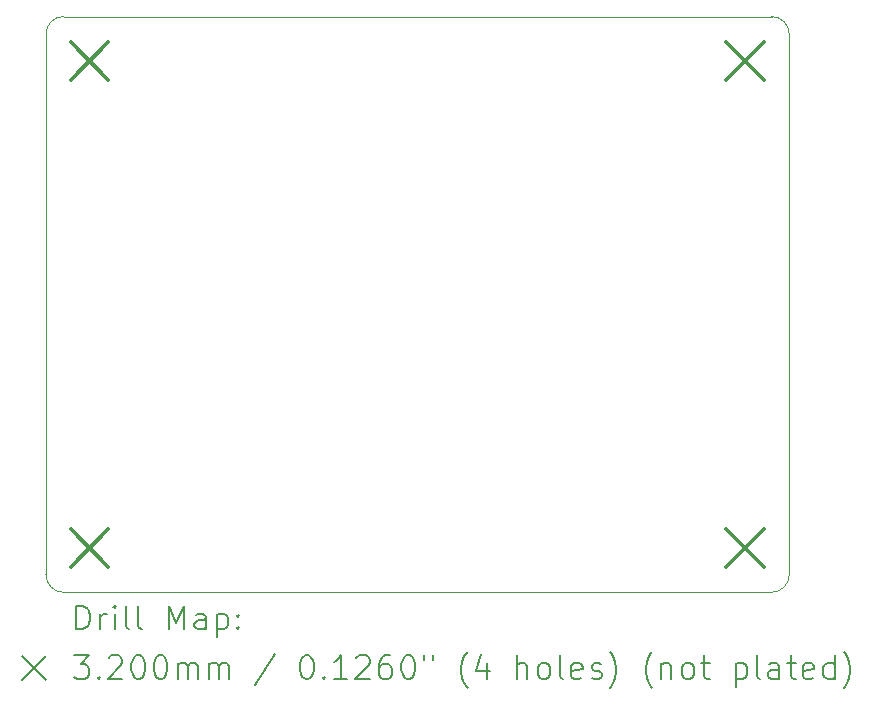
<source format=gbr>
%TF.GenerationSoftware,KiCad,Pcbnew,9.0.0*%
%TF.CreationDate,2025-04-22T13:13:53+02:00*%
%TF.ProjectId,stimawifi,7374696d-6177-4696-9669-2e6b69636164,rev?*%
%TF.SameCoordinates,Original*%
%TF.FileFunction,Drillmap*%
%TF.FilePolarity,Positive*%
%FSLAX45Y45*%
G04 Gerber Fmt 4.5, Leading zero omitted, Abs format (unit mm)*
G04 Created by KiCad (PCBNEW 9.0.0) date 2025-04-22 13:13:53*
%MOMM*%
%LPD*%
G01*
G04 APERTURE LIST*
%ADD10C,0.050000*%
%ADD11C,0.200000*%
%ADD12C,0.320000*%
G04 APERTURE END LIST*
D10*
X20850000Y-4700000D02*
X20850000Y-9275000D01*
X20850000Y-9275000D02*
G75*
G02*
X20700000Y-9425000I-150000J0D01*
G01*
X14556066Y-4700000D02*
G75*
G02*
X14706066Y-4549996I150004J0D01*
G01*
X14556066Y-9275000D02*
X14556066Y-4700000D01*
X14706066Y-9425000D02*
G75*
G02*
X14556070Y-9275000I4J150000D01*
G01*
X20700000Y-4550000D02*
G75*
G02*
X20850000Y-4700000I0J-150000D01*
G01*
X14706066Y-4550000D02*
X20700000Y-4550000D01*
X20700000Y-9425000D02*
X14706066Y-9425000D01*
D11*
D12*
X14765000Y-4765000D02*
X15085000Y-5085000D01*
X15085000Y-4765000D02*
X14765000Y-5085000D01*
X14765000Y-8890000D02*
X15085000Y-9210000D01*
X15085000Y-8890000D02*
X14765000Y-9210000D01*
X20315000Y-4765000D02*
X20635000Y-5085000D01*
X20635000Y-4765000D02*
X20315000Y-5085000D01*
X20315000Y-8890000D02*
X20635000Y-9210000D01*
X20635000Y-8890000D02*
X20315000Y-9210000D01*
D11*
X14814343Y-9738984D02*
X14814343Y-9538984D01*
X14814343Y-9538984D02*
X14861962Y-9538984D01*
X14861962Y-9538984D02*
X14890533Y-9548508D01*
X14890533Y-9548508D02*
X14909581Y-9567555D01*
X14909581Y-9567555D02*
X14919105Y-9586603D01*
X14919105Y-9586603D02*
X14928628Y-9624698D01*
X14928628Y-9624698D02*
X14928628Y-9653270D01*
X14928628Y-9653270D02*
X14919105Y-9691365D01*
X14919105Y-9691365D02*
X14909581Y-9710412D01*
X14909581Y-9710412D02*
X14890533Y-9729460D01*
X14890533Y-9729460D02*
X14861962Y-9738984D01*
X14861962Y-9738984D02*
X14814343Y-9738984D01*
X15014343Y-9738984D02*
X15014343Y-9605650D01*
X15014343Y-9643746D02*
X15023867Y-9624698D01*
X15023867Y-9624698D02*
X15033390Y-9615174D01*
X15033390Y-9615174D02*
X15052438Y-9605650D01*
X15052438Y-9605650D02*
X15071486Y-9605650D01*
X15138152Y-9738984D02*
X15138152Y-9605650D01*
X15138152Y-9538984D02*
X15128628Y-9548508D01*
X15128628Y-9548508D02*
X15138152Y-9558031D01*
X15138152Y-9558031D02*
X15147676Y-9548508D01*
X15147676Y-9548508D02*
X15138152Y-9538984D01*
X15138152Y-9538984D02*
X15138152Y-9558031D01*
X15261962Y-9738984D02*
X15242914Y-9729460D01*
X15242914Y-9729460D02*
X15233390Y-9710412D01*
X15233390Y-9710412D02*
X15233390Y-9538984D01*
X15366724Y-9738984D02*
X15347676Y-9729460D01*
X15347676Y-9729460D02*
X15338152Y-9710412D01*
X15338152Y-9710412D02*
X15338152Y-9538984D01*
X15595295Y-9738984D02*
X15595295Y-9538984D01*
X15595295Y-9538984D02*
X15661962Y-9681841D01*
X15661962Y-9681841D02*
X15728628Y-9538984D01*
X15728628Y-9538984D02*
X15728628Y-9738984D01*
X15909581Y-9738984D02*
X15909581Y-9634222D01*
X15909581Y-9634222D02*
X15900057Y-9615174D01*
X15900057Y-9615174D02*
X15881009Y-9605650D01*
X15881009Y-9605650D02*
X15842914Y-9605650D01*
X15842914Y-9605650D02*
X15823867Y-9615174D01*
X15909581Y-9729460D02*
X15890533Y-9738984D01*
X15890533Y-9738984D02*
X15842914Y-9738984D01*
X15842914Y-9738984D02*
X15823867Y-9729460D01*
X15823867Y-9729460D02*
X15814343Y-9710412D01*
X15814343Y-9710412D02*
X15814343Y-9691365D01*
X15814343Y-9691365D02*
X15823867Y-9672317D01*
X15823867Y-9672317D02*
X15842914Y-9662793D01*
X15842914Y-9662793D02*
X15890533Y-9662793D01*
X15890533Y-9662793D02*
X15909581Y-9653270D01*
X16004819Y-9605650D02*
X16004819Y-9805650D01*
X16004819Y-9615174D02*
X16023867Y-9605650D01*
X16023867Y-9605650D02*
X16061962Y-9605650D01*
X16061962Y-9605650D02*
X16081009Y-9615174D01*
X16081009Y-9615174D02*
X16090533Y-9624698D01*
X16090533Y-9624698D02*
X16100057Y-9643746D01*
X16100057Y-9643746D02*
X16100057Y-9700889D01*
X16100057Y-9700889D02*
X16090533Y-9719936D01*
X16090533Y-9719936D02*
X16081009Y-9729460D01*
X16081009Y-9729460D02*
X16061962Y-9738984D01*
X16061962Y-9738984D02*
X16023867Y-9738984D01*
X16023867Y-9738984D02*
X16004819Y-9729460D01*
X16185771Y-9719936D02*
X16195295Y-9729460D01*
X16195295Y-9729460D02*
X16185771Y-9738984D01*
X16185771Y-9738984D02*
X16176248Y-9729460D01*
X16176248Y-9729460D02*
X16185771Y-9719936D01*
X16185771Y-9719936D02*
X16185771Y-9738984D01*
X16185771Y-9615174D02*
X16195295Y-9624698D01*
X16195295Y-9624698D02*
X16185771Y-9634222D01*
X16185771Y-9634222D02*
X16176248Y-9624698D01*
X16176248Y-9624698D02*
X16185771Y-9615174D01*
X16185771Y-9615174D02*
X16185771Y-9634222D01*
X14353566Y-9967500D02*
X14553566Y-10167500D01*
X14553566Y-9967500D02*
X14353566Y-10167500D01*
X14795295Y-9958984D02*
X14919105Y-9958984D01*
X14919105Y-9958984D02*
X14852438Y-10035174D01*
X14852438Y-10035174D02*
X14881009Y-10035174D01*
X14881009Y-10035174D02*
X14900057Y-10044698D01*
X14900057Y-10044698D02*
X14909581Y-10054222D01*
X14909581Y-10054222D02*
X14919105Y-10073270D01*
X14919105Y-10073270D02*
X14919105Y-10120889D01*
X14919105Y-10120889D02*
X14909581Y-10139936D01*
X14909581Y-10139936D02*
X14900057Y-10149460D01*
X14900057Y-10149460D02*
X14881009Y-10158984D01*
X14881009Y-10158984D02*
X14823867Y-10158984D01*
X14823867Y-10158984D02*
X14804819Y-10149460D01*
X14804819Y-10149460D02*
X14795295Y-10139936D01*
X15004819Y-10139936D02*
X15014343Y-10149460D01*
X15014343Y-10149460D02*
X15004819Y-10158984D01*
X15004819Y-10158984D02*
X14995295Y-10149460D01*
X14995295Y-10149460D02*
X15004819Y-10139936D01*
X15004819Y-10139936D02*
X15004819Y-10158984D01*
X15090533Y-9978031D02*
X15100057Y-9968508D01*
X15100057Y-9968508D02*
X15119105Y-9958984D01*
X15119105Y-9958984D02*
X15166724Y-9958984D01*
X15166724Y-9958984D02*
X15185771Y-9968508D01*
X15185771Y-9968508D02*
X15195295Y-9978031D01*
X15195295Y-9978031D02*
X15204819Y-9997079D01*
X15204819Y-9997079D02*
X15204819Y-10016127D01*
X15204819Y-10016127D02*
X15195295Y-10044698D01*
X15195295Y-10044698D02*
X15081009Y-10158984D01*
X15081009Y-10158984D02*
X15204819Y-10158984D01*
X15328628Y-9958984D02*
X15347676Y-9958984D01*
X15347676Y-9958984D02*
X15366724Y-9968508D01*
X15366724Y-9968508D02*
X15376248Y-9978031D01*
X15376248Y-9978031D02*
X15385771Y-9997079D01*
X15385771Y-9997079D02*
X15395295Y-10035174D01*
X15395295Y-10035174D02*
X15395295Y-10082793D01*
X15395295Y-10082793D02*
X15385771Y-10120889D01*
X15385771Y-10120889D02*
X15376248Y-10139936D01*
X15376248Y-10139936D02*
X15366724Y-10149460D01*
X15366724Y-10149460D02*
X15347676Y-10158984D01*
X15347676Y-10158984D02*
X15328628Y-10158984D01*
X15328628Y-10158984D02*
X15309581Y-10149460D01*
X15309581Y-10149460D02*
X15300057Y-10139936D01*
X15300057Y-10139936D02*
X15290533Y-10120889D01*
X15290533Y-10120889D02*
X15281009Y-10082793D01*
X15281009Y-10082793D02*
X15281009Y-10035174D01*
X15281009Y-10035174D02*
X15290533Y-9997079D01*
X15290533Y-9997079D02*
X15300057Y-9978031D01*
X15300057Y-9978031D02*
X15309581Y-9968508D01*
X15309581Y-9968508D02*
X15328628Y-9958984D01*
X15519105Y-9958984D02*
X15538152Y-9958984D01*
X15538152Y-9958984D02*
X15557200Y-9968508D01*
X15557200Y-9968508D02*
X15566724Y-9978031D01*
X15566724Y-9978031D02*
X15576248Y-9997079D01*
X15576248Y-9997079D02*
X15585771Y-10035174D01*
X15585771Y-10035174D02*
X15585771Y-10082793D01*
X15585771Y-10082793D02*
X15576248Y-10120889D01*
X15576248Y-10120889D02*
X15566724Y-10139936D01*
X15566724Y-10139936D02*
X15557200Y-10149460D01*
X15557200Y-10149460D02*
X15538152Y-10158984D01*
X15538152Y-10158984D02*
X15519105Y-10158984D01*
X15519105Y-10158984D02*
X15500057Y-10149460D01*
X15500057Y-10149460D02*
X15490533Y-10139936D01*
X15490533Y-10139936D02*
X15481009Y-10120889D01*
X15481009Y-10120889D02*
X15471486Y-10082793D01*
X15471486Y-10082793D02*
X15471486Y-10035174D01*
X15471486Y-10035174D02*
X15481009Y-9997079D01*
X15481009Y-9997079D02*
X15490533Y-9978031D01*
X15490533Y-9978031D02*
X15500057Y-9968508D01*
X15500057Y-9968508D02*
X15519105Y-9958984D01*
X15671486Y-10158984D02*
X15671486Y-10025650D01*
X15671486Y-10044698D02*
X15681009Y-10035174D01*
X15681009Y-10035174D02*
X15700057Y-10025650D01*
X15700057Y-10025650D02*
X15728629Y-10025650D01*
X15728629Y-10025650D02*
X15747676Y-10035174D01*
X15747676Y-10035174D02*
X15757200Y-10054222D01*
X15757200Y-10054222D02*
X15757200Y-10158984D01*
X15757200Y-10054222D02*
X15766724Y-10035174D01*
X15766724Y-10035174D02*
X15785771Y-10025650D01*
X15785771Y-10025650D02*
X15814343Y-10025650D01*
X15814343Y-10025650D02*
X15833390Y-10035174D01*
X15833390Y-10035174D02*
X15842914Y-10054222D01*
X15842914Y-10054222D02*
X15842914Y-10158984D01*
X15938152Y-10158984D02*
X15938152Y-10025650D01*
X15938152Y-10044698D02*
X15947676Y-10035174D01*
X15947676Y-10035174D02*
X15966724Y-10025650D01*
X15966724Y-10025650D02*
X15995295Y-10025650D01*
X15995295Y-10025650D02*
X16014343Y-10035174D01*
X16014343Y-10035174D02*
X16023867Y-10054222D01*
X16023867Y-10054222D02*
X16023867Y-10158984D01*
X16023867Y-10054222D02*
X16033390Y-10035174D01*
X16033390Y-10035174D02*
X16052438Y-10025650D01*
X16052438Y-10025650D02*
X16081009Y-10025650D01*
X16081009Y-10025650D02*
X16100057Y-10035174D01*
X16100057Y-10035174D02*
X16109581Y-10054222D01*
X16109581Y-10054222D02*
X16109581Y-10158984D01*
X16500057Y-9949460D02*
X16328629Y-10206603D01*
X16757200Y-9958984D02*
X16776248Y-9958984D01*
X16776248Y-9958984D02*
X16795295Y-9968508D01*
X16795295Y-9968508D02*
X16804819Y-9978031D01*
X16804819Y-9978031D02*
X16814343Y-9997079D01*
X16814343Y-9997079D02*
X16823867Y-10035174D01*
X16823867Y-10035174D02*
X16823867Y-10082793D01*
X16823867Y-10082793D02*
X16814343Y-10120889D01*
X16814343Y-10120889D02*
X16804819Y-10139936D01*
X16804819Y-10139936D02*
X16795295Y-10149460D01*
X16795295Y-10149460D02*
X16776248Y-10158984D01*
X16776248Y-10158984D02*
X16757200Y-10158984D01*
X16757200Y-10158984D02*
X16738152Y-10149460D01*
X16738152Y-10149460D02*
X16728629Y-10139936D01*
X16728629Y-10139936D02*
X16719105Y-10120889D01*
X16719105Y-10120889D02*
X16709581Y-10082793D01*
X16709581Y-10082793D02*
X16709581Y-10035174D01*
X16709581Y-10035174D02*
X16719105Y-9997079D01*
X16719105Y-9997079D02*
X16728629Y-9978031D01*
X16728629Y-9978031D02*
X16738152Y-9968508D01*
X16738152Y-9968508D02*
X16757200Y-9958984D01*
X16909581Y-10139936D02*
X16919105Y-10149460D01*
X16919105Y-10149460D02*
X16909581Y-10158984D01*
X16909581Y-10158984D02*
X16900057Y-10149460D01*
X16900057Y-10149460D02*
X16909581Y-10139936D01*
X16909581Y-10139936D02*
X16909581Y-10158984D01*
X17109581Y-10158984D02*
X16995295Y-10158984D01*
X17052438Y-10158984D02*
X17052438Y-9958984D01*
X17052438Y-9958984D02*
X17033391Y-9987555D01*
X17033391Y-9987555D02*
X17014343Y-10006603D01*
X17014343Y-10006603D02*
X16995295Y-10016127D01*
X17185772Y-9978031D02*
X17195295Y-9968508D01*
X17195295Y-9968508D02*
X17214343Y-9958984D01*
X17214343Y-9958984D02*
X17261962Y-9958984D01*
X17261962Y-9958984D02*
X17281010Y-9968508D01*
X17281010Y-9968508D02*
X17290534Y-9978031D01*
X17290534Y-9978031D02*
X17300057Y-9997079D01*
X17300057Y-9997079D02*
X17300057Y-10016127D01*
X17300057Y-10016127D02*
X17290534Y-10044698D01*
X17290534Y-10044698D02*
X17176248Y-10158984D01*
X17176248Y-10158984D02*
X17300057Y-10158984D01*
X17471486Y-9958984D02*
X17433391Y-9958984D01*
X17433391Y-9958984D02*
X17414343Y-9968508D01*
X17414343Y-9968508D02*
X17404819Y-9978031D01*
X17404819Y-9978031D02*
X17385772Y-10006603D01*
X17385772Y-10006603D02*
X17376248Y-10044698D01*
X17376248Y-10044698D02*
X17376248Y-10120889D01*
X17376248Y-10120889D02*
X17385772Y-10139936D01*
X17385772Y-10139936D02*
X17395295Y-10149460D01*
X17395295Y-10149460D02*
X17414343Y-10158984D01*
X17414343Y-10158984D02*
X17452438Y-10158984D01*
X17452438Y-10158984D02*
X17471486Y-10149460D01*
X17471486Y-10149460D02*
X17481010Y-10139936D01*
X17481010Y-10139936D02*
X17490534Y-10120889D01*
X17490534Y-10120889D02*
X17490534Y-10073270D01*
X17490534Y-10073270D02*
X17481010Y-10054222D01*
X17481010Y-10054222D02*
X17471486Y-10044698D01*
X17471486Y-10044698D02*
X17452438Y-10035174D01*
X17452438Y-10035174D02*
X17414343Y-10035174D01*
X17414343Y-10035174D02*
X17395295Y-10044698D01*
X17395295Y-10044698D02*
X17385772Y-10054222D01*
X17385772Y-10054222D02*
X17376248Y-10073270D01*
X17614343Y-9958984D02*
X17633391Y-9958984D01*
X17633391Y-9958984D02*
X17652438Y-9968508D01*
X17652438Y-9968508D02*
X17661962Y-9978031D01*
X17661962Y-9978031D02*
X17671486Y-9997079D01*
X17671486Y-9997079D02*
X17681010Y-10035174D01*
X17681010Y-10035174D02*
X17681010Y-10082793D01*
X17681010Y-10082793D02*
X17671486Y-10120889D01*
X17671486Y-10120889D02*
X17661962Y-10139936D01*
X17661962Y-10139936D02*
X17652438Y-10149460D01*
X17652438Y-10149460D02*
X17633391Y-10158984D01*
X17633391Y-10158984D02*
X17614343Y-10158984D01*
X17614343Y-10158984D02*
X17595295Y-10149460D01*
X17595295Y-10149460D02*
X17585772Y-10139936D01*
X17585772Y-10139936D02*
X17576248Y-10120889D01*
X17576248Y-10120889D02*
X17566724Y-10082793D01*
X17566724Y-10082793D02*
X17566724Y-10035174D01*
X17566724Y-10035174D02*
X17576248Y-9997079D01*
X17576248Y-9997079D02*
X17585772Y-9978031D01*
X17585772Y-9978031D02*
X17595295Y-9968508D01*
X17595295Y-9968508D02*
X17614343Y-9958984D01*
X17757200Y-9958984D02*
X17757200Y-9997079D01*
X17833391Y-9958984D02*
X17833391Y-9997079D01*
X18128629Y-10235174D02*
X18119105Y-10225650D01*
X18119105Y-10225650D02*
X18100057Y-10197079D01*
X18100057Y-10197079D02*
X18090534Y-10178031D01*
X18090534Y-10178031D02*
X18081010Y-10149460D01*
X18081010Y-10149460D02*
X18071486Y-10101841D01*
X18071486Y-10101841D02*
X18071486Y-10063746D01*
X18071486Y-10063746D02*
X18081010Y-10016127D01*
X18081010Y-10016127D02*
X18090534Y-9987555D01*
X18090534Y-9987555D02*
X18100057Y-9968508D01*
X18100057Y-9968508D02*
X18119105Y-9939936D01*
X18119105Y-9939936D02*
X18128629Y-9930412D01*
X18290534Y-10025650D02*
X18290534Y-10158984D01*
X18242915Y-9949460D02*
X18195296Y-10092317D01*
X18195296Y-10092317D02*
X18319105Y-10092317D01*
X18547677Y-10158984D02*
X18547677Y-9958984D01*
X18633391Y-10158984D02*
X18633391Y-10054222D01*
X18633391Y-10054222D02*
X18623867Y-10035174D01*
X18623867Y-10035174D02*
X18604819Y-10025650D01*
X18604819Y-10025650D02*
X18576248Y-10025650D01*
X18576248Y-10025650D02*
X18557200Y-10035174D01*
X18557200Y-10035174D02*
X18547677Y-10044698D01*
X18757200Y-10158984D02*
X18738153Y-10149460D01*
X18738153Y-10149460D02*
X18728629Y-10139936D01*
X18728629Y-10139936D02*
X18719105Y-10120889D01*
X18719105Y-10120889D02*
X18719105Y-10063746D01*
X18719105Y-10063746D02*
X18728629Y-10044698D01*
X18728629Y-10044698D02*
X18738153Y-10035174D01*
X18738153Y-10035174D02*
X18757200Y-10025650D01*
X18757200Y-10025650D02*
X18785772Y-10025650D01*
X18785772Y-10025650D02*
X18804819Y-10035174D01*
X18804819Y-10035174D02*
X18814343Y-10044698D01*
X18814343Y-10044698D02*
X18823867Y-10063746D01*
X18823867Y-10063746D02*
X18823867Y-10120889D01*
X18823867Y-10120889D02*
X18814343Y-10139936D01*
X18814343Y-10139936D02*
X18804819Y-10149460D01*
X18804819Y-10149460D02*
X18785772Y-10158984D01*
X18785772Y-10158984D02*
X18757200Y-10158984D01*
X18938153Y-10158984D02*
X18919105Y-10149460D01*
X18919105Y-10149460D02*
X18909581Y-10130412D01*
X18909581Y-10130412D02*
X18909581Y-9958984D01*
X19090534Y-10149460D02*
X19071486Y-10158984D01*
X19071486Y-10158984D02*
X19033391Y-10158984D01*
X19033391Y-10158984D02*
X19014343Y-10149460D01*
X19014343Y-10149460D02*
X19004819Y-10130412D01*
X19004819Y-10130412D02*
X19004819Y-10054222D01*
X19004819Y-10054222D02*
X19014343Y-10035174D01*
X19014343Y-10035174D02*
X19033391Y-10025650D01*
X19033391Y-10025650D02*
X19071486Y-10025650D01*
X19071486Y-10025650D02*
X19090534Y-10035174D01*
X19090534Y-10035174D02*
X19100058Y-10054222D01*
X19100058Y-10054222D02*
X19100058Y-10073270D01*
X19100058Y-10073270D02*
X19004819Y-10092317D01*
X19176248Y-10149460D02*
X19195296Y-10158984D01*
X19195296Y-10158984D02*
X19233391Y-10158984D01*
X19233391Y-10158984D02*
X19252439Y-10149460D01*
X19252439Y-10149460D02*
X19261962Y-10130412D01*
X19261962Y-10130412D02*
X19261962Y-10120889D01*
X19261962Y-10120889D02*
X19252439Y-10101841D01*
X19252439Y-10101841D02*
X19233391Y-10092317D01*
X19233391Y-10092317D02*
X19204819Y-10092317D01*
X19204819Y-10092317D02*
X19185772Y-10082793D01*
X19185772Y-10082793D02*
X19176248Y-10063746D01*
X19176248Y-10063746D02*
X19176248Y-10054222D01*
X19176248Y-10054222D02*
X19185772Y-10035174D01*
X19185772Y-10035174D02*
X19204819Y-10025650D01*
X19204819Y-10025650D02*
X19233391Y-10025650D01*
X19233391Y-10025650D02*
X19252439Y-10035174D01*
X19328629Y-10235174D02*
X19338153Y-10225650D01*
X19338153Y-10225650D02*
X19357200Y-10197079D01*
X19357200Y-10197079D02*
X19366724Y-10178031D01*
X19366724Y-10178031D02*
X19376248Y-10149460D01*
X19376248Y-10149460D02*
X19385772Y-10101841D01*
X19385772Y-10101841D02*
X19385772Y-10063746D01*
X19385772Y-10063746D02*
X19376248Y-10016127D01*
X19376248Y-10016127D02*
X19366724Y-9987555D01*
X19366724Y-9987555D02*
X19357200Y-9968508D01*
X19357200Y-9968508D02*
X19338153Y-9939936D01*
X19338153Y-9939936D02*
X19328629Y-9930412D01*
X19690534Y-10235174D02*
X19681010Y-10225650D01*
X19681010Y-10225650D02*
X19661962Y-10197079D01*
X19661962Y-10197079D02*
X19652439Y-10178031D01*
X19652439Y-10178031D02*
X19642915Y-10149460D01*
X19642915Y-10149460D02*
X19633391Y-10101841D01*
X19633391Y-10101841D02*
X19633391Y-10063746D01*
X19633391Y-10063746D02*
X19642915Y-10016127D01*
X19642915Y-10016127D02*
X19652439Y-9987555D01*
X19652439Y-9987555D02*
X19661962Y-9968508D01*
X19661962Y-9968508D02*
X19681010Y-9939936D01*
X19681010Y-9939936D02*
X19690534Y-9930412D01*
X19766724Y-10025650D02*
X19766724Y-10158984D01*
X19766724Y-10044698D02*
X19776248Y-10035174D01*
X19776248Y-10035174D02*
X19795296Y-10025650D01*
X19795296Y-10025650D02*
X19823867Y-10025650D01*
X19823867Y-10025650D02*
X19842915Y-10035174D01*
X19842915Y-10035174D02*
X19852439Y-10054222D01*
X19852439Y-10054222D02*
X19852439Y-10158984D01*
X19976248Y-10158984D02*
X19957200Y-10149460D01*
X19957200Y-10149460D02*
X19947677Y-10139936D01*
X19947677Y-10139936D02*
X19938153Y-10120889D01*
X19938153Y-10120889D02*
X19938153Y-10063746D01*
X19938153Y-10063746D02*
X19947677Y-10044698D01*
X19947677Y-10044698D02*
X19957200Y-10035174D01*
X19957200Y-10035174D02*
X19976248Y-10025650D01*
X19976248Y-10025650D02*
X20004820Y-10025650D01*
X20004820Y-10025650D02*
X20023867Y-10035174D01*
X20023867Y-10035174D02*
X20033391Y-10044698D01*
X20033391Y-10044698D02*
X20042915Y-10063746D01*
X20042915Y-10063746D02*
X20042915Y-10120889D01*
X20042915Y-10120889D02*
X20033391Y-10139936D01*
X20033391Y-10139936D02*
X20023867Y-10149460D01*
X20023867Y-10149460D02*
X20004820Y-10158984D01*
X20004820Y-10158984D02*
X19976248Y-10158984D01*
X20100058Y-10025650D02*
X20176248Y-10025650D01*
X20128629Y-9958984D02*
X20128629Y-10130412D01*
X20128629Y-10130412D02*
X20138153Y-10149460D01*
X20138153Y-10149460D02*
X20157200Y-10158984D01*
X20157200Y-10158984D02*
X20176248Y-10158984D01*
X20395296Y-10025650D02*
X20395296Y-10225650D01*
X20395296Y-10035174D02*
X20414343Y-10025650D01*
X20414343Y-10025650D02*
X20452439Y-10025650D01*
X20452439Y-10025650D02*
X20471486Y-10035174D01*
X20471486Y-10035174D02*
X20481010Y-10044698D01*
X20481010Y-10044698D02*
X20490534Y-10063746D01*
X20490534Y-10063746D02*
X20490534Y-10120889D01*
X20490534Y-10120889D02*
X20481010Y-10139936D01*
X20481010Y-10139936D02*
X20471486Y-10149460D01*
X20471486Y-10149460D02*
X20452439Y-10158984D01*
X20452439Y-10158984D02*
X20414343Y-10158984D01*
X20414343Y-10158984D02*
X20395296Y-10149460D01*
X20604820Y-10158984D02*
X20585772Y-10149460D01*
X20585772Y-10149460D02*
X20576248Y-10130412D01*
X20576248Y-10130412D02*
X20576248Y-9958984D01*
X20766724Y-10158984D02*
X20766724Y-10054222D01*
X20766724Y-10054222D02*
X20757201Y-10035174D01*
X20757201Y-10035174D02*
X20738153Y-10025650D01*
X20738153Y-10025650D02*
X20700058Y-10025650D01*
X20700058Y-10025650D02*
X20681010Y-10035174D01*
X20766724Y-10149460D02*
X20747677Y-10158984D01*
X20747677Y-10158984D02*
X20700058Y-10158984D01*
X20700058Y-10158984D02*
X20681010Y-10149460D01*
X20681010Y-10149460D02*
X20671486Y-10130412D01*
X20671486Y-10130412D02*
X20671486Y-10111365D01*
X20671486Y-10111365D02*
X20681010Y-10092317D01*
X20681010Y-10092317D02*
X20700058Y-10082793D01*
X20700058Y-10082793D02*
X20747677Y-10082793D01*
X20747677Y-10082793D02*
X20766724Y-10073270D01*
X20833391Y-10025650D02*
X20909581Y-10025650D01*
X20861962Y-9958984D02*
X20861962Y-10130412D01*
X20861962Y-10130412D02*
X20871486Y-10149460D01*
X20871486Y-10149460D02*
X20890534Y-10158984D01*
X20890534Y-10158984D02*
X20909581Y-10158984D01*
X21052439Y-10149460D02*
X21033391Y-10158984D01*
X21033391Y-10158984D02*
X20995296Y-10158984D01*
X20995296Y-10158984D02*
X20976248Y-10149460D01*
X20976248Y-10149460D02*
X20966724Y-10130412D01*
X20966724Y-10130412D02*
X20966724Y-10054222D01*
X20966724Y-10054222D02*
X20976248Y-10035174D01*
X20976248Y-10035174D02*
X20995296Y-10025650D01*
X20995296Y-10025650D02*
X21033391Y-10025650D01*
X21033391Y-10025650D02*
X21052439Y-10035174D01*
X21052439Y-10035174D02*
X21061962Y-10054222D01*
X21061962Y-10054222D02*
X21061962Y-10073270D01*
X21061962Y-10073270D02*
X20966724Y-10092317D01*
X21233391Y-10158984D02*
X21233391Y-9958984D01*
X21233391Y-10149460D02*
X21214343Y-10158984D01*
X21214343Y-10158984D02*
X21176248Y-10158984D01*
X21176248Y-10158984D02*
X21157201Y-10149460D01*
X21157201Y-10149460D02*
X21147677Y-10139936D01*
X21147677Y-10139936D02*
X21138153Y-10120889D01*
X21138153Y-10120889D02*
X21138153Y-10063746D01*
X21138153Y-10063746D02*
X21147677Y-10044698D01*
X21147677Y-10044698D02*
X21157201Y-10035174D01*
X21157201Y-10035174D02*
X21176248Y-10025650D01*
X21176248Y-10025650D02*
X21214343Y-10025650D01*
X21214343Y-10025650D02*
X21233391Y-10035174D01*
X21309582Y-10235174D02*
X21319105Y-10225650D01*
X21319105Y-10225650D02*
X21338153Y-10197079D01*
X21338153Y-10197079D02*
X21347677Y-10178031D01*
X21347677Y-10178031D02*
X21357201Y-10149460D01*
X21357201Y-10149460D02*
X21366724Y-10101841D01*
X21366724Y-10101841D02*
X21366724Y-10063746D01*
X21366724Y-10063746D02*
X21357201Y-10016127D01*
X21357201Y-10016127D02*
X21347677Y-9987555D01*
X21347677Y-9987555D02*
X21338153Y-9968508D01*
X21338153Y-9968508D02*
X21319105Y-9939936D01*
X21319105Y-9939936D02*
X21309582Y-9930412D01*
M02*

</source>
